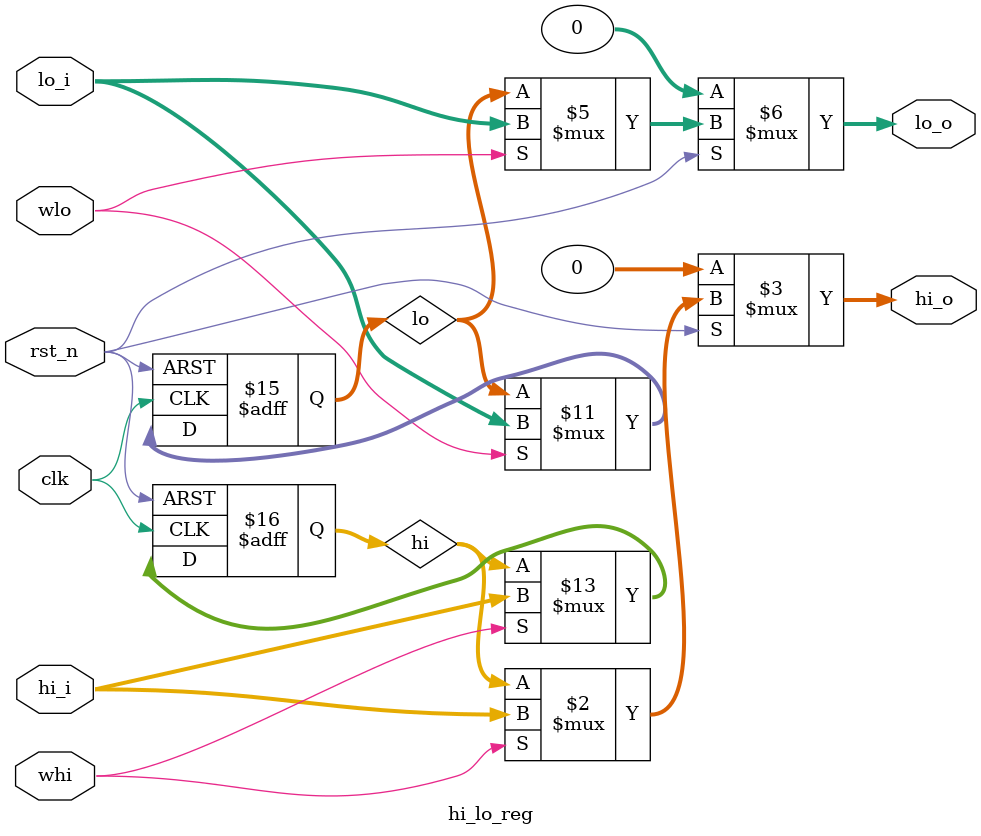
<source format=v>
module hi_lo_reg(clk, rst_n, whi, wlo, hi_i, lo_i, hi_o, lo_o);
	/*********************
	 *	HI / LO Register
	 *input:
	 *	clk								: clock
	 *	rst_n							: negetive reset signal
	 *	whi								: write hi register
	 *	wlo								: write lo register
	 *	hi_i[31:0]						: data which will write into hi
	 *	lo_i[31:0]						: data which will write into lo
	 *output:
	 *	hi_o[31:0]						: hi data
	 *	lo_o[31:0]						: lo data
	 *********************/
	input clk, rst_n;
	input whi, wlo;
	input [31:0] hi_i, lo_i;
	output [31:0] hi_o, lo_o;
	
	reg [31:0] hi, lo;
	
	assign hi_o = (!rst_n) ? 32'b0 : ((whi) ? hi_i : hi);
	assign lo_o = (!rst_n) ? 32'b0 : ((wlo) ? lo_i : lo);
	
	// write hi register
	always@(posedge clk or negedge rst_n)
		begin
		if(!rst_n)
			begin
			hi <= 32'b0;
			end
		else if(whi)
			begin
			hi <= hi_i;
			end
		end
	
	// write lo register
	always@(posedge clk or negedge rst_n)
		begin
		if(!rst_n)
			begin
			lo <= 32'b0;
			end
		else if(wlo)
			begin
			lo <= lo_i;
			end
		end
endmodule
</source>
